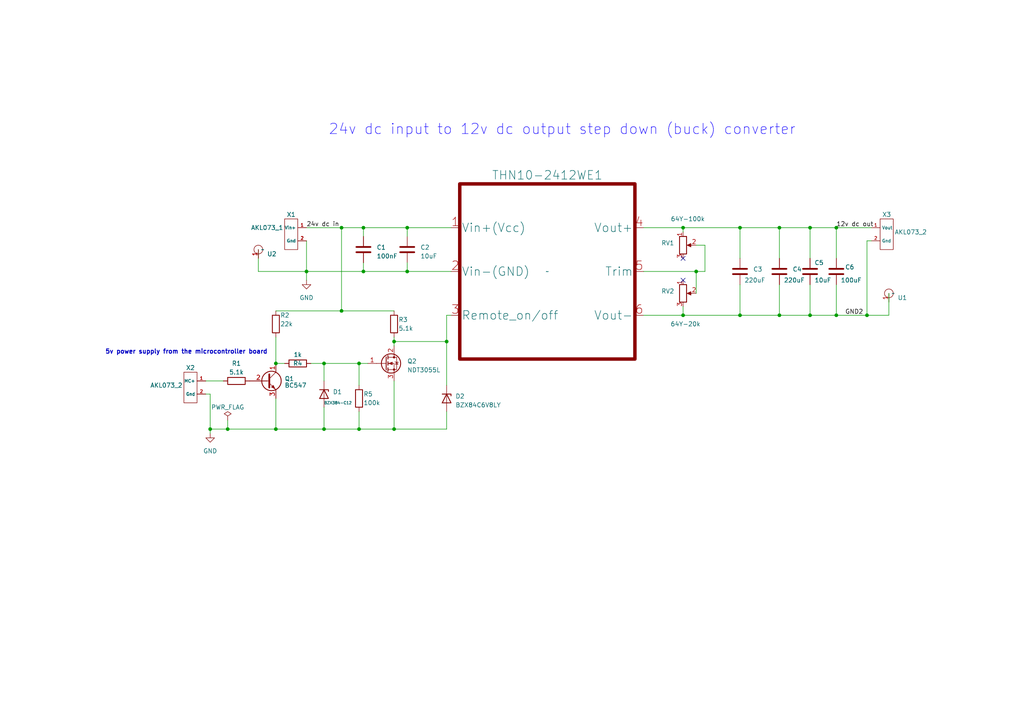
<source format=kicad_sch>
(kicad_sch (version 20230121) (generator eeschema)

  (uuid d4b95e8a-c6b5-41a4-b988-a3933554dc74)

  (paper "A4")

  (title_block
    (title "Power supply design of 24vdc to 12vdc")
    (date "2024-05-21")
    (company "Rohithvishal Pentakota")
    (comment 1 "Onboard battery supply of fuel cell car")
  )

  (lib_symbols
    (symbol "Device:C" (pin_numbers hide) (pin_names (offset 0.254)) (in_bom yes) (on_board yes)
      (property "Reference" "C" (at 0.635 2.54 0)
        (effects (font (size 1.27 1.27)) (justify left))
      )
      (property "Value" "C" (at 0.635 -2.54 0)
        (effects (font (size 1.27 1.27)) (justify left))
      )
      (property "Footprint" "" (at 0.9652 -3.81 0)
        (effects (font (size 1.27 1.27)) hide)
      )
      (property "Datasheet" "~" (at 0 0 0)
        (effects (font (size 1.27 1.27)) hide)
      )
      (property "ki_keywords" "cap capacitor" (at 0 0 0)
        (effects (font (size 1.27 1.27)) hide)
      )
      (property "ki_description" "Unpolarized capacitor" (at 0 0 0)
        (effects (font (size 1.27 1.27)) hide)
      )
      (property "ki_fp_filters" "C_*" (at 0 0 0)
        (effects (font (size 1.27 1.27)) hide)
      )
      (symbol "C_0_1"
        (polyline
          (pts
            (xy -2.032 -0.762)
            (xy 2.032 -0.762)
          )
          (stroke (width 0.508) (type default))
          (fill (type none))
        )
        (polyline
          (pts
            (xy -2.032 0.762)
            (xy 2.032 0.762)
          )
          (stroke (width 0.508) (type default))
          (fill (type none))
        )
      )
      (symbol "C_1_1"
        (pin passive line (at 0 3.81 270) (length 2.794)
          (name "~" (effects (font (size 1.27 1.27))))
          (number "1" (effects (font (size 1.27 1.27))))
        )
        (pin passive line (at 0 -3.81 90) (length 2.794)
          (name "~" (effects (font (size 1.27 1.27))))
          (number "2" (effects (font (size 1.27 1.27))))
        )
      )
    )
    (symbol "Device:D_Zener" (pin_numbers hide) (pin_names (offset 1.016) hide) (in_bom yes) (on_board yes)
      (property "Reference" "D" (at 0 2.54 0)
        (effects (font (size 1.27 1.27)))
      )
      (property "Value" "D_Zener" (at 0 -2.54 0)
        (effects (font (size 1.27 1.27)))
      )
      (property "Footprint" "" (at 0 0 0)
        (effects (font (size 1.27 1.27)) hide)
      )
      (property "Datasheet" "~" (at 0 0 0)
        (effects (font (size 1.27 1.27)) hide)
      )
      (property "ki_keywords" "diode" (at 0 0 0)
        (effects (font (size 1.27 1.27)) hide)
      )
      (property "ki_description" "Zener diode" (at 0 0 0)
        (effects (font (size 1.27 1.27)) hide)
      )
      (property "ki_fp_filters" "TO-???* *_Diode_* *SingleDiode* D_*" (at 0 0 0)
        (effects (font (size 1.27 1.27)) hide)
      )
      (symbol "D_Zener_0_1"
        (polyline
          (pts
            (xy 1.27 0)
            (xy -1.27 0)
          )
          (stroke (width 0) (type default))
          (fill (type none))
        )
        (polyline
          (pts
            (xy -1.27 -1.27)
            (xy -1.27 1.27)
            (xy -0.762 1.27)
          )
          (stroke (width 0.254) (type default))
          (fill (type none))
        )
        (polyline
          (pts
            (xy 1.27 -1.27)
            (xy 1.27 1.27)
            (xy -1.27 0)
            (xy 1.27 -1.27)
          )
          (stroke (width 0.254) (type default))
          (fill (type none))
        )
      )
      (symbol "D_Zener_1_1"
        (pin passive line (at -3.81 0 0) (length 2.54)
          (name "K" (effects (font (size 1.27 1.27))))
          (number "1" (effects (font (size 1.27 1.27))))
        )
        (pin passive line (at 3.81 0 180) (length 2.54)
          (name "A" (effects (font (size 1.27 1.27))))
          (number "2" (effects (font (size 1.27 1.27))))
        )
      )
    )
    (symbol "Device:R" (pin_numbers hide) (pin_names (offset 0)) (in_bom yes) (on_board yes)
      (property "Reference" "R" (at 2.032 0 90)
        (effects (font (size 1.27 1.27)))
      )
      (property "Value" "R" (at 0 0 90)
        (effects (font (size 1.27 1.27)))
      )
      (property "Footprint" "" (at -1.778 0 90)
        (effects (font (size 1.27 1.27)) hide)
      )
      (property "Datasheet" "~" (at 0 0 0)
        (effects (font (size 1.27 1.27)) hide)
      )
      (property "ki_keywords" "R res resistor" (at 0 0 0)
        (effects (font (size 1.27 1.27)) hide)
      )
      (property "ki_description" "Resistor" (at 0 0 0)
        (effects (font (size 1.27 1.27)) hide)
      )
      (property "ki_fp_filters" "R_*" (at 0 0 0)
        (effects (font (size 1.27 1.27)) hide)
      )
      (symbol "R_0_1"
        (rectangle (start -1.016 -2.54) (end 1.016 2.54)
          (stroke (width 0.254) (type default))
          (fill (type none))
        )
      )
      (symbol "R_1_1"
        (pin passive line (at 0 3.81 270) (length 1.27)
          (name "~" (effects (font (size 1.27 1.27))))
          (number "1" (effects (font (size 1.27 1.27))))
        )
        (pin passive line (at 0 -3.81 90) (length 1.27)
          (name "~" (effects (font (size 1.27 1.27))))
          (number "2" (effects (font (size 1.27 1.27))))
        )
      )
    )
    (symbol "Device:R_Potentiometer" (pin_names (offset 1.016) hide) (in_bom yes) (on_board yes)
      (property "Reference" "RV" (at -4.445 0 90)
        (effects (font (size 1.27 1.27)))
      )
      (property "Value" "R_Potentiometer" (at -2.54 0 90)
        (effects (font (size 1.27 1.27)))
      )
      (property "Footprint" "" (at 0 0 0)
        (effects (font (size 1.27 1.27)) hide)
      )
      (property "Datasheet" "~" (at 0 0 0)
        (effects (font (size 1.27 1.27)) hide)
      )
      (property "ki_keywords" "resistor variable" (at 0 0 0)
        (effects (font (size 1.27 1.27)) hide)
      )
      (property "ki_description" "Potentiometer" (at 0 0 0)
        (effects (font (size 1.27 1.27)) hide)
      )
      (property "ki_fp_filters" "Potentiometer*" (at 0 0 0)
        (effects (font (size 1.27 1.27)) hide)
      )
      (symbol "R_Potentiometer_0_1"
        (polyline
          (pts
            (xy 2.54 0)
            (xy 1.524 0)
          )
          (stroke (width 0) (type default))
          (fill (type none))
        )
        (polyline
          (pts
            (xy 1.143 0)
            (xy 2.286 0.508)
            (xy 2.286 -0.508)
            (xy 1.143 0)
          )
          (stroke (width 0) (type default))
          (fill (type outline))
        )
        (rectangle (start 1.016 2.54) (end -1.016 -2.54)
          (stroke (width 0.254) (type default))
          (fill (type none))
        )
      )
      (symbol "R_Potentiometer_1_1"
        (pin passive line (at 0 3.81 270) (length 1.27)
          (name "1" (effects (font (size 1.27 1.27))))
          (number "1" (effects (font (size 1.27 1.27))))
        )
        (pin passive line (at 3.81 0 180) (length 1.27)
          (name "2" (effects (font (size 1.27 1.27))))
          (number "2" (effects (font (size 1.27 1.27))))
        )
        (pin passive line (at 0 -3.81 90) (length 1.27)
          (name "3" (effects (font (size 1.27 1.27))))
          (number "3" (effects (font (size 1.27 1.27))))
        )
      )
    )
    (symbol "Traco_THN-10-2412WE:THN10-2412WE" (in_bom yes) (on_board yes)
      (property "Reference" "THN10-2412WE1" (at 0 27.94 0)
        (effects (font (size 2.5 2.5)))
      )
      (property "Value" "~" (at 0 0 0)
        (effects (font (size 1.27 1.27)))
      )
      (property "Footprint" "THN-2412WE:Traco_THN-2412WE" (at 0 0 0)
        (effects (font (size 1.27 1.27)) hide)
      )
      (property "Datasheet" "" (at 0 0 0)
        (effects (font (size 1.27 1.27)) hide)
      )
      (symbol "THN10-2412WE_0_1"
        (rectangle (start -25.4 25.4) (end -25.4 25.4)
          (stroke (width 0) (type default))
          (fill (type none))
        )
      )
      (symbol "THN10-2412WE_1_1"
        (rectangle (start -25.4 25.4) (end 25.4 -25.4)
          (stroke (width 1) (type default))
          (fill (type none))
        )
        (pin input line (at -27.94 12.7 0) (length 2.54)
          (name "Vin+(Vcc)" (effects (font (size 2.5 2.5))))
          (number "1" (effects (font (size 2.5 2.5))))
        )
        (pin input line (at -27.94 0 0) (length 2.54)
          (name "Vin-(GND)" (effects (font (size 2.5 2.5))))
          (number "2" (effects (font (size 2.5 2.5))))
        )
        (pin input line (at -27.94 -12.7 0) (length 2.54)
          (name "Remote_on/off" (effects (font (size 2.5 2.5))))
          (number "3" (effects (font (size 2.5 2.5))))
        )
        (pin power_out line (at 27.94 12.7 180) (length 2.54)
          (name "Vout+" (effects (font (size 2.5 2.5))))
          (number "4" (effects (font (size 2.5 2.5))))
        )
        (pin power_out line (at 27.94 0 180) (length 2.54)
          (name "Trim" (effects (font (size 2.5 2.5))))
          (number "5" (effects (font (size 2.5 2.5))))
        )
        (pin power_out line (at 27.94 -12.7 180) (length 2.54)
          (name "Vout-" (effects (font (size 2.5 2.5))))
          (number "6" (effects (font (size 2.5 2.5))))
        )
      )
    )
    (symbol "Transistor_BJT:BC547" (pin_names (offset 0) hide) (in_bom yes) (on_board yes)
      (property "Reference" "Q" (at 5.08 1.905 0)
        (effects (font (size 1.27 1.27)) (justify left))
      )
      (property "Value" "BC547" (at 5.08 0 0)
        (effects (font (size 1.27 1.27)) (justify left))
      )
      (property "Footprint" "Package_TO_SOT_THT:TO-92_Inline" (at 5.08 -1.905 0)
        (effects (font (size 1.27 1.27) italic) (justify left) hide)
      )
      (property "Datasheet" "https://www.onsemi.com/pub/Collateral/BC550-D.pdf" (at 0 0 0)
        (effects (font (size 1.27 1.27)) (justify left) hide)
      )
      (property "ki_keywords" "NPN Transistor" (at 0 0 0)
        (effects (font (size 1.27 1.27)) hide)
      )
      (property "ki_description" "0.1A Ic, 45V Vce, Small Signal NPN Transistor, TO-92" (at 0 0 0)
        (effects (font (size 1.27 1.27)) hide)
      )
      (property "ki_fp_filters" "TO?92*" (at 0 0 0)
        (effects (font (size 1.27 1.27)) hide)
      )
      (symbol "BC547_0_1"
        (polyline
          (pts
            (xy 0 0)
            (xy 0.635 0)
          )
          (stroke (width 0) (type default))
          (fill (type none))
        )
        (polyline
          (pts
            (xy 0.635 0.635)
            (xy 2.54 2.54)
          )
          (stroke (width 0) (type default))
          (fill (type none))
        )
        (polyline
          (pts
            (xy 0.635 -0.635)
            (xy 2.54 -2.54)
            (xy 2.54 -2.54)
          )
          (stroke (width 0) (type default))
          (fill (type none))
        )
        (polyline
          (pts
            (xy 0.635 1.905)
            (xy 0.635 -1.905)
            (xy 0.635 -1.905)
          )
          (stroke (width 0.508) (type default))
          (fill (type none))
        )
        (polyline
          (pts
            (xy 1.27 -1.778)
            (xy 1.778 -1.27)
            (xy 2.286 -2.286)
            (xy 1.27 -1.778)
            (xy 1.27 -1.778)
          )
          (stroke (width 0) (type default))
          (fill (type outline))
        )
        (circle (center 1.27 0) (radius 2.8194)
          (stroke (width 0.254) (type default))
          (fill (type none))
        )
      )
      (symbol "BC547_1_1"
        (pin passive line (at 2.54 5.08 270) (length 2.54)
          (name "C" (effects (font (size 1.27 1.27))))
          (number "1" (effects (font (size 1.27 1.27))))
        )
        (pin input line (at -5.08 0 0) (length 5.08)
          (name "B" (effects (font (size 1.27 1.27))))
          (number "2" (effects (font (size 1.27 1.27))))
        )
        (pin passive line (at 2.54 -5.08 90) (length 2.54)
          (name "E" (effects (font (size 1.27 1.27))))
          (number "3" (effects (font (size 1.27 1.27))))
        )
      )
    )
    (symbol "Transistor_FET:NDT3055L" (pin_names hide) (in_bom yes) (on_board yes)
      (property "Reference" "Q" (at 5.08 1.905 0)
        (effects (font (size 1.27 1.27)) (justify left))
      )
      (property "Value" "NDT3055L" (at 5.08 0 0)
        (effects (font (size 1.27 1.27)) (justify left))
      )
      (property "Footprint" "Package_TO_SOT_SMD:SOT-223-3_TabPin2" (at 5.08 -3.81 0)
        (effects (font (size 1.27 1.27)) (justify left) hide)
      )
      (property "Datasheet" "https://www.onsemi.com/pdf/datasheet/ndt3055l-d.pdf" (at 5.08 5.08 0)
        (effects (font (size 1.27 1.27)) (justify left) hide)
      )
      (property "ki_keywords" "n channel fet" (at 0 0 0)
        (effects (font (size 1.27 1.27)) hide)
      )
      (property "ki_description" "4A Id, 60V Vds, N-Channel Logic Level Enhancement Mode MOSFET, SOT-223" (at 0 0 0)
        (effects (font (size 1.27 1.27)) hide)
      )
      (property "ki_fp_filters" "SOT?223*" (at 0 0 0)
        (effects (font (size 1.27 1.27)) hide)
      )
      (symbol "NDT3055L_0_1"
        (polyline
          (pts
            (xy 0.254 0)
            (xy -2.54 0)
          )
          (stroke (width 0) (type default))
          (fill (type none))
        )
        (polyline
          (pts
            (xy 0.254 1.905)
            (xy 0.254 -1.905)
          )
          (stroke (width 0.254) (type default))
          (fill (type none))
        )
        (polyline
          (pts
            (xy 0.762 -1.27)
            (xy 0.762 -2.286)
          )
          (stroke (width 0.254) (type default))
          (fill (type none))
        )
        (polyline
          (pts
            (xy 0.762 0.508)
            (xy 0.762 -0.508)
          )
          (stroke (width 0.254) (type default))
          (fill (type none))
        )
        (polyline
          (pts
            (xy 0.762 2.286)
            (xy 0.762 1.27)
          )
          (stroke (width 0.254) (type default))
          (fill (type none))
        )
        (polyline
          (pts
            (xy 2.54 2.54)
            (xy 2.54 1.778)
          )
          (stroke (width 0) (type default))
          (fill (type none))
        )
        (polyline
          (pts
            (xy 2.54 -2.54)
            (xy 2.54 0)
            (xy 0.762 0)
          )
          (stroke (width 0) (type default))
          (fill (type none))
        )
        (polyline
          (pts
            (xy 0.762 -1.778)
            (xy 3.302 -1.778)
            (xy 3.302 1.778)
            (xy 0.762 1.778)
          )
          (stroke (width 0) (type default))
          (fill (type none))
        )
        (polyline
          (pts
            (xy 1.016 0)
            (xy 2.032 0.381)
            (xy 2.032 -0.381)
            (xy 1.016 0)
          )
          (stroke (width 0) (type default))
          (fill (type outline))
        )
        (polyline
          (pts
            (xy 2.794 0.508)
            (xy 2.921 0.381)
            (xy 3.683 0.381)
            (xy 3.81 0.254)
          )
          (stroke (width 0) (type default))
          (fill (type none))
        )
        (polyline
          (pts
            (xy 3.302 0.381)
            (xy 2.921 -0.254)
            (xy 3.683 -0.254)
            (xy 3.302 0.381)
          )
          (stroke (width 0) (type default))
          (fill (type none))
        )
        (circle (center 1.651 0) (radius 2.794)
          (stroke (width 0.254) (type default))
          (fill (type none))
        )
        (circle (center 2.54 -1.778) (radius 0.254)
          (stroke (width 0) (type default))
          (fill (type outline))
        )
        (circle (center 2.54 1.778) (radius 0.254)
          (stroke (width 0) (type default))
          (fill (type outline))
        )
      )
      (symbol "NDT3055L_1_1"
        (pin input line (at -5.08 0 0) (length 2.54)
          (name "G" (effects (font (size 1.27 1.27))))
          (number "1" (effects (font (size 1.27 1.27))))
        )
        (pin passive line (at 2.54 5.08 270) (length 2.54)
          (name "D" (effects (font (size 1.27 1.27))))
          (number "2" (effects (font (size 1.27 1.27))))
        )
        (pin passive line (at 2.54 -5.08 90) (length 2.54)
          (name "S" (effects (font (size 1.27 1.27))))
          (number "3" (effects (font (size 1.27 1.27))))
        )
      )
    )
    (symbol "input_1" (in_bom yes) (on_board yes)
      (property "Reference" "X1" (at -22.225 -2.54 0)
        (effects (font (size 1.27 1.27)))
      )
      (property "Value" "~" (at 0 0 0)
        (effects (font (size 1.27 1.27)))
      )
      (property "Footprint" "" (at 0 0 0)
        (effects (font (size 1.27 1.27)) hide)
      )
      (property "Datasheet" "" (at 0 0 0)
        (effects (font (size 1.27 1.27)) hide)
      )
      (symbol "input_1_0_1"
        (rectangle (start -24.13 -3.81) (end -20.32 -12.7)
          (stroke (width 0) (type default))
          (fill (type none))
        )
      )
      (symbol "input_1_1_1"
        (pin input line (at -17.78 -6.35 180) (length 2.54)
          (name "Vin+" (effects (font (size 0.9 0.9))))
          (number "1" (effects (font (size 0.9 0.9))))
        )
        (pin input line (at -17.78 -10.16 180) (length 2.54)
          (name "Gnd" (effects (font (size 0.9 0.9))))
          (number "2" (effects (font (size 0.9 0.9))))
        )
      )
    )
    (symbol "input_2" (in_bom yes) (on_board yes)
      (property "Reference" "X3" (at -22.225 -2.54 0)
        (effects (font (size 1.27 1.27)))
      )
      (property "Value" "~" (at 0 0 0)
        (effects (font (size 1.27 1.27)))
      )
      (property "Footprint" "" (at 0 0 0)
        (effects (font (size 1.27 1.27)) hide)
      )
      (property "Datasheet" "" (at 0 0 0)
        (effects (font (size 1.27 1.27)) hide)
      )
      (symbol "input_2_0_1"
        (rectangle (start -24.13 -3.81) (end -20.32 -12.7)
          (stroke (width 0) (type default))
          (fill (type none))
        )
      )
      (symbol "input_2_1_1"
        (pin input line (at -17.78 -6.35 180) (length 2.54)
          (name "Vout" (effects (font (size 0.9 0.9))))
          (number "1" (effects (font (size 0.9 0.9))))
        )
        (pin input line (at -17.78 -10.16 180) (length 2.54)
          (name "Gnd" (effects (font (size 0.9 0.9))))
          (number "2" (effects (font (size 0.9 0.9))))
        )
      )
    )
    (symbol "input_3" (in_bom yes) (on_board yes)
      (property "Reference" "X2" (at -22.225 -2.54 0)
        (effects (font (size 1.27 1.27)))
      )
      (property "Value" "~" (at 0 0 0)
        (effects (font (size 1.27 1.27)))
      )
      (property "Footprint" "" (at 0 0 0)
        (effects (font (size 1.27 1.27)) hide)
      )
      (property "Datasheet" "" (at 0 0 0)
        (effects (font (size 1.27 1.27)) hide)
      )
      (symbol "input_3_0_1"
        (rectangle (start -24.13 -3.81) (end -20.32 -12.7)
          (stroke (width 0) (type default))
          (fill (type none))
        )
      )
      (symbol "input_3_1_1"
        (pin input line (at -17.78 -6.35 180) (length 2.54)
          (name "MC+" (effects (font (size 0.9 0.9))))
          (number "1" (effects (font (size 0.9 0.9))))
        )
        (pin input line (at -17.78 -10.16 180) (length 2.54)
          (name "Gnd" (effects (font (size 0.9 0.9))))
          (number "2" (effects (font (size 0.9 0.9))))
        )
      )
    )
    (symbol "power:GND" (power) (pin_names (offset 0)) (in_bom yes) (on_board yes)
      (property "Reference" "#PWR" (at 0 -6.35 0)
        (effects (font (size 1.27 1.27)) hide)
      )
      (property "Value" "GND" (at 0 -3.81 0)
        (effects (font (size 1.27 1.27)))
      )
      (property "Footprint" "" (at 0 0 0)
        (effects (font (size 1.27 1.27)) hide)
      )
      (property "Datasheet" "" (at 0 0 0)
        (effects (font (size 1.27 1.27)) hide)
      )
      (property "ki_keywords" "global power" (at 0 0 0)
        (effects (font (size 1.27 1.27)) hide)
      )
      (property "ki_description" "Power symbol creates a global label with name \"GND\" , ground" (at 0 0 0)
        (effects (font (size 1.27 1.27)) hide)
      )
      (symbol "GND_0_1"
        (polyline
          (pts
            (xy 0 0)
            (xy 0 -1.27)
            (xy 1.27 -1.27)
            (xy 0 -2.54)
            (xy -1.27 -1.27)
            (xy 0 -1.27)
          )
          (stroke (width 0) (type default))
          (fill (type none))
        )
      )
      (symbol "GND_1_1"
        (pin power_in line (at 0 0 270) (length 0) hide
          (name "GND" (effects (font (size 1.27 1.27))))
          (number "1" (effects (font (size 1.27 1.27))))
        )
      )
    )
    (symbol "power:PWR_FLAG" (power) (pin_numbers hide) (pin_names (offset 0) hide) (in_bom yes) (on_board yes)
      (property "Reference" "#FLG" (at 0 1.905 0)
        (effects (font (size 1.27 1.27)) hide)
      )
      (property "Value" "PWR_FLAG" (at 0 3.81 0)
        (effects (font (size 1.27 1.27)))
      )
      (property "Footprint" "" (at 0 0 0)
        (effects (font (size 1.27 1.27)) hide)
      )
      (property "Datasheet" "~" (at 0 0 0)
        (effects (font (size 1.27 1.27)) hide)
      )
      (property "ki_keywords" "flag power" (at 0 0 0)
        (effects (font (size 1.27 1.27)) hide)
      )
      (property "ki_description" "Special symbol for telling ERC where power comes from" (at 0 0 0)
        (effects (font (size 1.27 1.27)) hide)
      )
      (symbol "PWR_FLAG_0_0"
        (pin power_out line (at 0 0 90) (length 0)
          (name "pwr" (effects (font (size 1.27 1.27))))
          (number "1" (effects (font (size 1.27 1.27))))
        )
      )
      (symbol "PWR_FLAG_0_1"
        (polyline
          (pts
            (xy 0 0)
            (xy 0 1.27)
            (xy -1.016 1.905)
            (xy 0 2.54)
            (xy 1.016 1.905)
            (xy 0 1.27)
          )
          (stroke (width 0) (type default))
          (fill (type none))
        )
      )
    )
    (symbol "soldernail-RTML:soldernail" (in_bom yes) (on_board yes)
      (property "Reference" "U2" (at 3.81 1.27 90)
        (effects (font (size 1.27 1.27)) (justify right))
      )
      (property "Value" "~" (at 0 0 0)
        (effects (font (size 1.27 1.27)))
      )
      (property "Footprint" "soldernail-RTML:Soldernail" (at 0 0 0)
        (effects (font (size 1.27 1.27)) hide)
      )
      (property "Datasheet" "" (at 0 0 0)
        (effects (font (size 1.27 1.27)) hide)
      )
      (symbol "soldernail_0_1"
        (circle (center -1.27 0) (radius 1.27)
          (stroke (width 0) (type default))
          (fill (type none))
        )
      )
      (symbol "soldernail_1_1"
        (pin input line (at -1.27 0 270) (length 2.54)
          (name "" (effects (font (size 1.27 1.27))))
          (number "1" (effects (font (size 1.27 1.27))))
        )
      )
    )
  )

  (junction (at 214.63 91.44) (diameter 0) (color 0 0 0 0)
    (uuid 19572d3c-677c-4895-bd97-3e446de0ca3f)
  )
  (junction (at 201.93 78.74) (diameter 0) (color 0 0 0 0)
    (uuid 22cb68b4-7111-4923-955c-49152a9db29a)
  )
  (junction (at 234.95 66.04) (diameter 0) (color 0 0 0 0)
    (uuid 2fd5dfab-f69f-4d01-b832-d7dcf29dd1c6)
  )
  (junction (at 99.06 66.04) (diameter 0) (color 0 0 0 0)
    (uuid 4cad9425-58d2-4c4f-acae-6f7faf6a8543)
  )
  (junction (at 104.14 124.46) (diameter 0) (color 0 0 0 0)
    (uuid 4cc8d7c5-c4c5-4e35-a0bb-a94942991b2b)
  )
  (junction (at 93.98 105.41) (diameter 0) (color 0 0 0 0)
    (uuid 528c0a13-3a84-455a-ae54-c9b9087bd54d)
  )
  (junction (at 234.95 91.44) (diameter 0) (color 0 0 0 0)
    (uuid 5358cb84-ecc1-4445-a658-251c11baf9f3)
  )
  (junction (at 80.01 105.41) (diameter 0) (color 0 0 0 0)
    (uuid 5498bb40-a383-4a1f-be51-08734aabffbc)
  )
  (junction (at 251.46 91.44) (diameter 0) (color 0 0 0 0)
    (uuid 54a6fce9-aaa6-463d-9613-6d92ec011c28)
  )
  (junction (at 214.63 66.04) (diameter 0) (color 0 0 0 0)
    (uuid 5d5e8792-2367-4a96-9a29-a3bbab61bdb7)
  )
  (junction (at 60.96 124.46) (diameter 0) (color 0 0 0 0)
    (uuid 5e5fed03-db88-424a-993d-fb7a1c87f0f6)
  )
  (junction (at 66.04 124.46) (diameter 0) (color 0 0 0 0)
    (uuid 67bd7cd9-f8e4-4872-b87e-364a960029fb)
  )
  (junction (at 80.01 124.46) (diameter 0) (color 0 0 0 0)
    (uuid 7dfe2024-9ef9-405f-b429-f001e0beac02)
  )
  (junction (at 105.41 66.04) (diameter 0) (color 0 0 0 0)
    (uuid 85b5b812-e110-4ee0-bedb-72543b637c2b)
  )
  (junction (at 93.98 124.46) (diameter 0) (color 0 0 0 0)
    (uuid 8c71dc41-2510-4860-9d7d-32e542d7a907)
  )
  (junction (at 242.57 91.44) (diameter 0) (color 0 0 0 0)
    (uuid 9313f6f7-d16c-47e7-b22c-9fd2843c5684)
  )
  (junction (at 118.11 78.74) (diameter 0) (color 0 0 0 0)
    (uuid 964d3f15-237b-49e3-b1f1-6ef54999389d)
  )
  (junction (at 226.06 66.04) (diameter 0) (color 0 0 0 0)
    (uuid 98d6d15b-bfd5-4603-9c7e-730194840c49)
  )
  (junction (at 99.06 90.17) (diameter 0) (color 0 0 0 0)
    (uuid a223128d-ca66-4c6e-92d7-dca7124e9ee9)
  )
  (junction (at 114.3 99.06) (diameter 0) (color 0 0 0 0)
    (uuid ad9fa47f-392c-405f-b31b-0f4067aa1ae2)
  )
  (junction (at 88.9 78.74) (diameter 0) (color 0 0 0 0)
    (uuid b4fe856e-c2f2-4b11-94ff-e3830c13781d)
  )
  (junction (at 104.14 105.41) (diameter 0) (color 0 0 0 0)
    (uuid bb4049b2-22f2-4cf6-ba29-b8c1d558c9fa)
  )
  (junction (at 118.11 66.04) (diameter 0) (color 0 0 0 0)
    (uuid c2c3bcea-e0ff-4b90-b91f-1bdef8785d41)
  )
  (junction (at 114.3 124.46) (diameter 0) (color 0 0 0 0)
    (uuid c46972f7-d839-4720-a3f0-f72e0264fdb6)
  )
  (junction (at 198.12 66.04) (diameter 0) (color 0 0 0 0)
    (uuid da2b1ca1-33c4-4091-a16e-fb0fea50e06a)
  )
  (junction (at 198.12 91.44) (diameter 0) (color 0 0 0 0)
    (uuid e3117b6c-0e44-4149-9428-1ccb52051f8f)
  )
  (junction (at 105.41 78.74) (diameter 0) (color 0 0 0 0)
    (uuid ecd4b8b7-587d-4783-a1c7-87249edafc8d)
  )
  (junction (at 242.57 66.04) (diameter 0) (color 0 0 0 0)
    (uuid f1e5d054-03d2-4a84-b6d5-bc211c741a76)
  )
  (junction (at 129.54 99.06) (diameter 0) (color 0 0 0 0)
    (uuid f7e82bcc-970b-46a3-bb5b-1d2d09fc97d8)
  )
  (junction (at 226.06 91.44) (diameter 0) (color 0 0 0 0)
    (uuid f81faad6-1102-490b-8ddd-0c4d0c495eb3)
  )

  (no_connect (at 198.12 74.93) (uuid 83f67850-8700-4530-8a30-39d536af8555))
  (no_connect (at 198.12 81.28) (uuid 8dd37d3c-a28c-4f08-bc1d-b92a689d1661))

  (wire (pts (xy 252.73 69.85) (xy 251.46 69.85))
    (stroke (width 0) (type default))
    (uuid 08e69008-ee84-4a97-8c77-78dcb7f0d86a)
  )
  (wire (pts (xy 114.3 99.06) (xy 114.3 100.33))
    (stroke (width 0) (type default))
    (uuid 0e88df5c-eb28-42c7-ae45-3623d661a872)
  )
  (wire (pts (xy 93.98 105.41) (xy 93.98 110.49))
    (stroke (width 0) (type default))
    (uuid 11e219a0-580d-481e-ba17-95b5c182d775)
  )
  (wire (pts (xy 251.46 69.85) (xy 251.46 91.44))
    (stroke (width 0) (type default))
    (uuid 17bc7d2d-9fa7-4c63-93c7-2297da2d204a)
  )
  (wire (pts (xy 118.11 78.74) (xy 130.81 78.74))
    (stroke (width 0) (type default))
    (uuid 1ee0b774-e926-43ce-896d-71d7dd170deb)
  )
  (wire (pts (xy 88.9 78.74) (xy 88.9 81.28))
    (stroke (width 0) (type default))
    (uuid 1eeacbd0-ebbf-4495-bf93-e889383959ca)
  )
  (wire (pts (xy 186.69 78.74) (xy 201.93 78.74))
    (stroke (width 0) (type default))
    (uuid 26468579-c53a-40d9-87fc-a8952d296402)
  )
  (wire (pts (xy 59.69 114.3) (xy 60.96 114.3))
    (stroke (width 0) (type default))
    (uuid 27516c54-e019-40a7-a305-f7975188be3a)
  )
  (wire (pts (xy 226.06 91.44) (xy 214.63 91.44))
    (stroke (width 0) (type default))
    (uuid 2a4f67bc-4c88-4f7d-99ac-06ea3c1193fe)
  )
  (wire (pts (xy 80.01 124.46) (xy 93.98 124.46))
    (stroke (width 0) (type default))
    (uuid 32e52d94-6022-4ab1-a308-e994494c84c1)
  )
  (wire (pts (xy 66.04 124.46) (xy 80.01 124.46))
    (stroke (width 0) (type default))
    (uuid 3a554082-5991-4ae3-9566-028c9ddcfa46)
  )
  (wire (pts (xy 186.69 66.04) (xy 198.12 66.04))
    (stroke (width 0) (type default))
    (uuid 3ec26492-deac-4064-a886-0b253f523f3c)
  )
  (wire (pts (xy 93.98 105.41) (xy 104.14 105.41))
    (stroke (width 0) (type default))
    (uuid 41301dae-22b7-4dd9-8bbd-16bb0cf125f3)
  )
  (wire (pts (xy 105.41 68.58) (xy 105.41 66.04))
    (stroke (width 0) (type default))
    (uuid 426c00f5-a35f-4828-b749-21686eb2652d)
  )
  (wire (pts (xy 226.06 66.04) (xy 234.95 66.04))
    (stroke (width 0) (type default))
    (uuid 4a7f0ebe-4354-4975-84f9-8a0dca75072e)
  )
  (wire (pts (xy 129.54 119.38) (xy 129.54 124.46))
    (stroke (width 0) (type default))
    (uuid 4b2b43d1-2755-46ee-959a-7f7223147c6e)
  )
  (wire (pts (xy 198.12 66.04) (xy 214.63 66.04))
    (stroke (width 0) (type default))
    (uuid 4cd0f2da-34b4-48c0-a2e8-4b879a492837)
  )
  (wire (pts (xy 226.06 66.04) (xy 214.63 66.04))
    (stroke (width 0) (type default))
    (uuid 50de7ee5-5bdf-4e5d-b844-0a35f50710fc)
  )
  (wire (pts (xy 226.06 74.93) (xy 226.06 66.04))
    (stroke (width 0) (type default))
    (uuid 5187c979-74e4-4b6d-8124-bb4eb8b3372f)
  )
  (wire (pts (xy 60.96 124.46) (xy 60.96 125.73))
    (stroke (width 0) (type default))
    (uuid 5988d49c-543a-43ab-bee4-28d0deb1881f)
  )
  (wire (pts (xy 80.01 105.41) (xy 82.55 105.41))
    (stroke (width 0) (type default))
    (uuid 5af3d7a4-d7d4-44a9-b61f-b710e47efbb9)
  )
  (wire (pts (xy 201.93 78.74) (xy 201.93 85.09))
    (stroke (width 0) (type default))
    (uuid 5b9f3f7b-3e16-49c7-8067-b46a6b7af182)
  )
  (wire (pts (xy 88.9 69.85) (xy 88.9 78.74))
    (stroke (width 0) (type default))
    (uuid 5e4e215a-a530-4773-a3b4-501d8aa2f117)
  )
  (wire (pts (xy 59.69 110.49) (xy 64.77 110.49))
    (stroke (width 0) (type default))
    (uuid 5e647180-baa1-41bb-a69b-64666eab5549)
  )
  (wire (pts (xy 198.12 88.9) (xy 198.12 91.44))
    (stroke (width 0) (type default))
    (uuid 5e717255-00ae-4037-b177-40cb895986e9)
  )
  (wire (pts (xy 80.01 90.17) (xy 99.06 90.17))
    (stroke (width 0) (type default))
    (uuid 5ed9b950-9d63-45d7-be87-7d774e9cf7f5)
  )
  (wire (pts (xy 66.04 121.92) (xy 66.04 124.46))
    (stroke (width 0) (type default))
    (uuid 679871c3-eac3-411b-85aa-bc7e80474818)
  )
  (wire (pts (xy 129.54 91.44) (xy 130.81 91.44))
    (stroke (width 0) (type default))
    (uuid 6853b8bb-8cda-4e5b-8a44-6e15e3fabd45)
  )
  (wire (pts (xy 234.95 66.04) (xy 242.57 66.04))
    (stroke (width 0) (type default))
    (uuid 6a7f41f6-0645-4546-8516-df1d784c6275)
  )
  (wire (pts (xy 226.06 82.55) (xy 226.06 91.44))
    (stroke (width 0) (type default))
    (uuid 6cb7a9ee-c80c-4999-8722-03292893fd75)
  )
  (wire (pts (xy 105.41 76.2) (xy 105.41 78.74))
    (stroke (width 0) (type default))
    (uuid 6d9dde4a-4e5d-42ad-bcf7-8bc6881e833a)
  )
  (wire (pts (xy 257.81 85.09) (xy 257.81 91.44))
    (stroke (width 0) (type default))
    (uuid 6ddc8adf-c9e5-4b45-9f9c-92f9c3a2020b)
  )
  (wire (pts (xy 242.57 82.55) (xy 242.57 91.44))
    (stroke (width 0) (type default))
    (uuid 7dba076e-e42c-42ac-9964-edb31dd6e188)
  )
  (wire (pts (xy 130.81 66.04) (xy 118.11 66.04))
    (stroke (width 0) (type default))
    (uuid 7ea60f23-0bb2-49ce-866b-6e6d2b6c8522)
  )
  (wire (pts (xy 201.93 78.74) (xy 204.47 78.74))
    (stroke (width 0) (type default))
    (uuid 814cbc1e-1e21-443b-9f8c-94b9e0f37320)
  )
  (wire (pts (xy 60.96 124.46) (xy 66.04 124.46))
    (stroke (width 0) (type default))
    (uuid 868efd41-494c-4391-8e63-9dfc9a4efa68)
  )
  (wire (pts (xy 60.96 114.3) (xy 60.96 124.46))
    (stroke (width 0) (type default))
    (uuid 870ff77b-1199-4d70-bfe5-3b63a98bdc69)
  )
  (wire (pts (xy 234.95 82.55) (xy 234.95 91.44))
    (stroke (width 0) (type default))
    (uuid 896fd672-8cca-4521-8d27-ccf7cd924b1e)
  )
  (wire (pts (xy 198.12 66.04) (xy 198.12 67.31))
    (stroke (width 0) (type default))
    (uuid 89af6db8-b087-4b49-8114-ccd9efb9a491)
  )
  (wire (pts (xy 242.57 91.44) (xy 251.46 91.44))
    (stroke (width 0) (type default))
    (uuid 8bbd97e5-44f1-42cf-b251-0c4a71b9db22)
  )
  (wire (pts (xy 129.54 124.46) (xy 114.3 124.46))
    (stroke (width 0) (type default))
    (uuid 8eaf1c39-c81f-435f-8fa4-7bf94d697ded)
  )
  (wire (pts (xy 88.9 78.74) (xy 105.41 78.74))
    (stroke (width 0) (type default))
    (uuid 8efff0ac-8258-4638-a9f9-b67ca973210e)
  )
  (wire (pts (xy 99.06 66.04) (xy 105.41 66.04))
    (stroke (width 0) (type default))
    (uuid 9114dec6-2ac1-4ef9-8c98-281769a39952)
  )
  (wire (pts (xy 198.12 91.44) (xy 214.63 91.44))
    (stroke (width 0) (type default))
    (uuid 94513dab-29b1-4793-a576-17a2f434deeb)
  )
  (wire (pts (xy 234.95 66.04) (xy 234.95 74.93))
    (stroke (width 0) (type default))
    (uuid 94a14fc1-3c13-4545-be4f-69e90836d687)
  )
  (wire (pts (xy 93.98 118.11) (xy 93.98 124.46))
    (stroke (width 0) (type default))
    (uuid 961ac226-9fdc-4877-bb38-46495afe2d0e)
  )
  (wire (pts (xy 88.9 66.04) (xy 99.06 66.04))
    (stroke (width 0) (type default))
    (uuid 9c20e471-d1eb-4df9-a1d9-bd1f25f915e4)
  )
  (wire (pts (xy 99.06 90.17) (xy 114.3 90.17))
    (stroke (width 0) (type default))
    (uuid 9c36dc05-b7bf-4ef6-b6f0-d0346e96da33)
  )
  (wire (pts (xy 204.47 71.12) (xy 201.93 71.12))
    (stroke (width 0) (type default))
    (uuid a52a03e6-a454-49de-835f-5a16b4a4d190)
  )
  (wire (pts (xy 74.93 72.39) (xy 74.93 78.74))
    (stroke (width 0) (type default))
    (uuid a7c4910b-008d-46da-8740-25ad8fc1c35c)
  )
  (wire (pts (xy 186.69 91.44) (xy 198.12 91.44))
    (stroke (width 0) (type default))
    (uuid ab003910-a473-490b-8f31-77ee6218ae54)
  )
  (wire (pts (xy 99.06 66.04) (xy 99.06 90.17))
    (stroke (width 0) (type default))
    (uuid ab67c07a-7304-498b-84b9-1c1af5d2080a)
  )
  (wire (pts (xy 242.57 66.04) (xy 242.57 74.93))
    (stroke (width 0) (type default))
    (uuid b08edfc1-beff-4f29-abef-91004c844b61)
  )
  (wire (pts (xy 93.98 124.46) (xy 104.14 124.46))
    (stroke (width 0) (type default))
    (uuid b2566956-2e3c-4bf3-bab4-8625a785d9b9)
  )
  (wire (pts (xy 114.3 97.79) (xy 114.3 99.06))
    (stroke (width 0) (type default))
    (uuid b63447ba-f908-4719-851c-c8a92b3bfde5)
  )
  (wire (pts (xy 114.3 124.46) (xy 104.14 124.46))
    (stroke (width 0) (type default))
    (uuid bbc6d095-91e3-4341-a2c9-7337b331e7e7)
  )
  (wire (pts (xy 214.63 91.44) (xy 214.63 82.55))
    (stroke (width 0) (type default))
    (uuid c2b4be9a-3109-4815-bf0b-49e1ca80c10b)
  )
  (wire (pts (xy 90.17 105.41) (xy 93.98 105.41))
    (stroke (width 0) (type default))
    (uuid cc88ca0d-f5b2-426c-9aa2-1c2036dc2641)
  )
  (wire (pts (xy 242.57 66.04) (xy 252.73 66.04))
    (stroke (width 0) (type default))
    (uuid cec1da71-768c-4f9b-836b-92dc45b80328)
  )
  (wire (pts (xy 118.11 66.04) (xy 118.11 68.58))
    (stroke (width 0) (type default))
    (uuid d569911b-15d8-4b4d-9a77-29203ed37bee)
  )
  (wire (pts (xy 74.93 78.74) (xy 88.9 78.74))
    (stroke (width 0) (type default))
    (uuid d94ac594-6682-4560-8cf1-8acc0168dcbb)
  )
  (wire (pts (xy 226.06 91.44) (xy 234.95 91.44))
    (stroke (width 0) (type default))
    (uuid de3195cb-d333-41a2-8bad-acc1ff4fd9e9)
  )
  (wire (pts (xy 129.54 111.76) (xy 129.54 99.06))
    (stroke (width 0) (type default))
    (uuid dfeabd17-28e2-4a5a-8502-43e19e58d928)
  )
  (wire (pts (xy 104.14 105.41) (xy 104.14 111.76))
    (stroke (width 0) (type default))
    (uuid e1342071-780e-4ba1-af27-69d65c64b669)
  )
  (wire (pts (xy 105.41 66.04) (xy 118.11 66.04))
    (stroke (width 0) (type default))
    (uuid e6093dcc-82f6-4e8f-9de7-afe8a0f58bfa)
  )
  (wire (pts (xy 80.01 115.57) (xy 80.01 124.46))
    (stroke (width 0) (type default))
    (uuid e8215aba-7a4c-4673-a86e-2c5b372c85fc)
  )
  (wire (pts (xy 80.01 97.79) (xy 80.01 105.41))
    (stroke (width 0) (type default))
    (uuid eccc5fb9-fca9-4012-93fc-517c72a30f01)
  )
  (wire (pts (xy 118.11 76.2) (xy 118.11 78.74))
    (stroke (width 0) (type default))
    (uuid f0246fa6-8e56-4591-9ea9-c2583fa4f4a4)
  )
  (wire (pts (xy 257.81 91.44) (xy 251.46 91.44))
    (stroke (width 0) (type default))
    (uuid f14b5e8f-317a-4931-a8d6-17d8119c75f9)
  )
  (wire (pts (xy 114.3 110.49) (xy 114.3 124.46))
    (stroke (width 0) (type default))
    (uuid f32c5702-5812-4260-a9ba-0e02b9681e72)
  )
  (wire (pts (xy 234.95 91.44) (xy 242.57 91.44))
    (stroke (width 0) (type default))
    (uuid f4fa1198-e675-4c4b-9bb8-1c61974a4eee)
  )
  (wire (pts (xy 105.41 78.74) (xy 118.11 78.74))
    (stroke (width 0) (type default))
    (uuid fb3c9667-4370-4b1f-9d55-c9c59c50d154)
  )
  (wire (pts (xy 129.54 99.06) (xy 129.54 91.44))
    (stroke (width 0) (type default))
    (uuid fcdecf02-42cf-4ad3-8727-e3fcc3de3939)
  )
  (wire (pts (xy 104.14 119.38) (xy 104.14 124.46))
    (stroke (width 0) (type default))
    (uuid fceb9dd3-bdc0-4032-9eb8-dd616e52ddba)
  )
  (wire (pts (xy 104.14 105.41) (xy 106.68 105.41))
    (stroke (width 0) (type default))
    (uuid fcf53e60-6450-4357-9359-01739642fe47)
  )
  (wire (pts (xy 214.63 66.04) (xy 214.63 74.93))
    (stroke (width 0) (type default))
    (uuid ff0c4d63-76c2-4c22-9dd3-5839259d9a94)
  )
  (wire (pts (xy 204.47 78.74) (xy 204.47 71.12))
    (stroke (width 0) (type default))
    (uuid ff108cb1-1180-4500-b5ed-da6ff4f0c2f1)
  )
  (wire (pts (xy 114.3 99.06) (xy 129.54 99.06))
    (stroke (width 0) (type default))
    (uuid ff998346-402c-4474-8b0b-cc4630fd6567)
  )

  (text "24v dc input to 12v dc output step down (buck) converter"
    (at 95.25 39.37 0)
    (effects (font (size 3 3) (color 27 13 255 1)) (justify left bottom))
    (uuid 36ba5f1c-aecd-411a-9a62-0efbdbdde50f)
  )
  (text "5v power supply from the microcontroller board" (at 30.48 102.87 0)
    (effects (font (size 1.27 1.27) bold) (justify left bottom))
    (uuid ea2585c7-9078-4399-9206-bd7702744bec)
  )

  (label "GND2" (at 245.11 91.44 0) (fields_autoplaced)
    (effects (font (size 1.27 1.27)) (justify left bottom))
    (uuid 536d0cfa-0f6e-4bf4-9bc1-6c0eb205e137)
  )
  (label "12v dc out" (at 242.57 66.04 0) (fields_autoplaced)
    (effects (font (size 1.27 1.27)) (justify left bottom))
    (uuid 6531915e-dab6-4009-8143-88aa523a2e3d)
  )
  (label "24v dc in" (at 88.9 66.04 0) (fields_autoplaced)
    (effects (font (size 1.27 1.27)) (justify left bottom))
    (uuid b624f973-bae4-41ff-986c-95a446976830)
  )

  (symbol (lib_id "Device:R") (at 86.36 105.41 90) (unit 1)
    (in_bom yes) (on_board yes) (dnp no)
    (uuid 0603d1af-b823-47c1-ae5c-ada87cd3099c)
    (property "Reference" "R4" (at 86.36 105.41 90)
      (effects (font (size 1.27 1.27)))
    )
    (property "Value" "1k" (at 86.36 102.87 90)
      (effects (font (size 1.27 1.27)))
    )
    (property "Footprint" "Resistor_SMD:R_0603_1608Metric_Pad0.98x0.95mm_HandSolder" (at 86.36 107.188 90)
      (effects (font (size 1.27 1.27)) hide)
    )
    (property "Datasheet" "~" (at 86.36 105.41 0)
      (effects (font (size 1.27 1.27)) hide)
    )
    (pin "1" (uuid d2aab680-653c-42d2-a0aa-0a34b1e923f8))
    (pin "2" (uuid 487b1625-9d64-4576-9610-78467cb5bac2))
    (instances
      (project "Powersupply_24vdc_12V"
        (path "/d4b95e8a-c6b5-41a4-b988-a3933554dc74"
          (reference "R4") (unit 1)
        )
      )
    )
  )

  (symbol (lib_id "Device:D_Zener") (at 93.98 114.3 270) (unit 1)
    (in_bom yes) (on_board yes) (dnp no)
    (uuid 0d8769dd-dc2f-4c60-a68c-bddfca7b3da0)
    (property "Reference" "D1" (at 96.52 113.665 90)
      (effects (font (size 1.27 1.27)) (justify left))
    )
    (property "Value" "BZX384-C12" (at 93.98 116.84 90)
      (effects (font (size 0.8 0.8)) (justify left))
    )
    (property "Footprint" "Zenerdiode_D1:BZX384_C12" (at 93.98 114.3 0)
      (effects (font (size 1.27 1.27)) hide)
    )
    (property "Datasheet" "~" (at 93.98 114.3 0)
      (effects (font (size 1.27 1.27)) hide)
    )
    (pin "1" (uuid f3874712-1722-4939-9335-7d1c3ecfddd5))
    (pin "2" (uuid 437c57c5-95ec-4d32-b984-97c13f11df59))
    (instances
      (project "Powersupply_24vdc_12V"
        (path "/d4b95e8a-c6b5-41a4-b988-a3933554dc74"
          (reference "D1") (unit 1)
        )
      )
    )
  )

  (symbol (lib_id "soldernail-RTML:soldernail") (at 259.08 85.09 0) (unit 1)
    (in_bom yes) (on_board yes) (dnp no) (fields_autoplaced)
    (uuid 19f7a8e3-88e4-4c75-882a-f500753bf64b)
    (property "Reference" "U1" (at 260.35 86.36 0)
      (effects (font (size 1.27 1.27)) (justify left))
    )
    (property "Value" "~" (at 259.08 85.09 0)
      (effects (font (size 1.27 1.27)))
    )
    (property "Footprint" "soldernail-RTML:Soldernail" (at 259.08 85.09 0)
      (effects (font (size 1.27 1.27)) hide)
    )
    (property "Datasheet" "" (at 259.08 85.09 0)
      (effects (font (size 1.27 1.27)) hide)
    )
    (pin "1" (uuid 6df7e9f2-6fca-4dbf-a3b9-c29485e97759))
    (instances
      (project "Powersupply_24vdc_12V"
        (path "/d4b95e8a-c6b5-41a4-b988-a3933554dc74"
          (reference "U1") (unit 1)
        )
      )
    )
  )

  (symbol (lib_id "power:GND") (at 60.96 125.73 0) (unit 1)
    (in_bom yes) (on_board yes) (dnp no) (fields_autoplaced)
    (uuid 2cbf5cae-f067-4e59-aa6b-0c04c8500202)
    (property "Reference" "#PWR03" (at 60.96 132.08 0)
      (effects (font (size 1.27 1.27)) hide)
    )
    (property "Value" "GND" (at 60.96 130.81 0)
      (effects (font (size 1.27 1.27)))
    )
    (property "Footprint" "" (at 60.96 125.73 0)
      (effects (font (size 1.27 1.27)) hide)
    )
    (property "Datasheet" "" (at 60.96 125.73 0)
      (effects (font (size 1.27 1.27)) hide)
    )
    (pin "1" (uuid ebeb0944-a1f6-4cb6-a0c5-2bf565910940))
    (instances
      (project "Powersupply_24vdc_12V"
        (path "/d4b95e8a-c6b5-41a4-b988-a3933554dc74"
          (reference "#PWR03") (unit 1)
        )
      )
    )
  )

  (symbol (lib_id "Transistor_BJT:BC547") (at 77.47 110.49 0) (unit 1)
    (in_bom yes) (on_board yes) (dnp no)
    (uuid 3ec7f74d-d6fc-4e51-b1e1-20ab848b8d10)
    (property "Reference" "Q1" (at 82.55 109.855 0)
      (effects (font (size 1.27 1.27)) (justify left))
    )
    (property "Value" "BC547" (at 82.55 111.76 0)
      (effects (font (size 1.27 1.27)) (justify left))
    )
    (property "Footprint" "Package_TO_SOT_THT:TO-92_Inline" (at 82.55 112.395 0)
      (effects (font (size 1.27 1.27) italic) (justify left) hide)
    )
    (property "Datasheet" "https://www.onsemi.com/pub/Collateral/BC550-D.pdf" (at 77.47 110.49 0)
      (effects (font (size 1.27 1.27)) (justify left) hide)
    )
    (pin "1" (uuid 36cd6241-60a4-4d20-b9f7-c5dcc5e50a7f))
    (pin "2" (uuid 6cce11ad-16b2-4dae-b516-19120c880cc9))
    (pin "3" (uuid bead99d4-10b2-46d9-85ba-8fd38395f66e))
    (instances
      (project "Powersupply_24vdc_12V"
        (path "/d4b95e8a-c6b5-41a4-b988-a3933554dc74"
          (reference "Q1") (unit 1)
        )
      )
    )
  )

  (symbol (lib_id "Device:D_Zener") (at 129.54 115.57 270) (unit 1)
    (in_bom yes) (on_board yes) (dnp no) (fields_autoplaced)
    (uuid 44c09c79-ff12-4797-ba4c-108c4bd05c61)
    (property "Reference" "D2" (at 132.08 114.935 90)
      (effects (font (size 1.27 1.27)) (justify left))
    )
    (property "Value" "BZX84C6V8LY" (at 132.08 117.475 90)
      (effects (font (size 1.27 1.27)) (justify left))
    )
    (property "Footprint" "Zenerdiode_D2:BZX84C6V8" (at 129.54 115.57 0)
      (effects (font (size 1.27 1.27)) hide)
    )
    (property "Datasheet" "~" (at 129.54 115.57 0)
      (effects (font (size 1.27 1.27)) hide)
    )
    (pin "1" (uuid edeacfaf-3b0e-402a-9c3c-1bf03b1b78a5))
    (pin "2" (uuid 31868ec8-5622-41aa-a6e8-e973b3c2fee6))
    (instances
      (project "Powersupply_24vdc_12V"
        (path "/d4b95e8a-c6b5-41a4-b988-a3933554dc74"
          (reference "D2") (unit 1)
        )
      )
    )
  )

  (symbol (lib_id "Device:R") (at 114.3 93.98 0) (unit 1)
    (in_bom yes) (on_board yes) (dnp no)
    (uuid 4aef1eaa-b578-4f55-a604-68853e7651f7)
    (property "Reference" "R3" (at 115.57 92.71 0)
      (effects (font (size 1.27 1.27)) (justify left))
    )
    (property "Value" "5.1k" (at 115.57 95.25 0)
      (effects (font (size 1.27 1.27)) (justify left))
    )
    (property "Footprint" "Resistor_SMD:R_0603_1608Metric_Pad0.98x0.95mm_HandSolder" (at 112.522 93.98 90)
      (effects (font (size 1.27 1.27)) hide)
    )
    (property "Datasheet" "~" (at 114.3 93.98 0)
      (effects (font (size 1.27 1.27)) hide)
    )
    (pin "1" (uuid 635b58ed-018e-4fb5-809a-dcf385a0320c))
    (pin "2" (uuid 0c9b21cd-f05e-4652-9efd-071ea136a7e1))
    (instances
      (project "Powersupply_24vdc_12V"
        (path "/d4b95e8a-c6b5-41a4-b988-a3933554dc74"
          (reference "R3") (unit 1)
        )
      )
    )
  )

  (symbol (lib_id "power:PWR_FLAG") (at 66.04 121.92 0) (unit 1)
    (in_bom yes) (on_board yes) (dnp no) (fields_autoplaced)
    (uuid 537c01d7-726b-4a87-9754-9a1413608460)
    (property "Reference" "#FLG01" (at 66.04 120.015 0)
      (effects (font (size 1.27 1.27)) hide)
    )
    (property "Value" "PWR_FLAG" (at 66.04 118.11 0)
      (effects (font (size 1.27 1.27)))
    )
    (property "Footprint" "" (at 66.04 121.92 0)
      (effects (font (size 1.27 1.27)) hide)
    )
    (property "Datasheet" "~" (at 66.04 121.92 0)
      (effects (font (size 1.27 1.27)) hide)
    )
    (pin "1" (uuid de78b4d2-6e86-4b64-8afe-605d024234c9))
    (instances
      (project "Powersupply_24vdc_12V"
        (path "/d4b95e8a-c6b5-41a4-b988-a3933554dc74"
          (reference "#FLG01") (unit 1)
        )
      )
    )
  )

  (symbol (lib_id "power:GND") (at 88.9 81.28 0) (unit 1)
    (in_bom yes) (on_board yes) (dnp no) (fields_autoplaced)
    (uuid 5c0dc0d0-5afe-4526-a27b-e83c69dcc458)
    (property "Reference" "#PWR02" (at 88.9 87.63 0)
      (effects (font (size 1.27 1.27)) hide)
    )
    (property "Value" "GND" (at 88.9 86.36 0)
      (effects (font (size 1.27 1.27)))
    )
    (property "Footprint" "" (at 88.9 81.28 0)
      (effects (font (size 1.27 1.27)) hide)
    )
    (property "Datasheet" "" (at 88.9 81.28 0)
      (effects (font (size 1.27 1.27)) hide)
    )
    (pin "1" (uuid 3563cc09-119d-4c78-a74d-8742b4741788))
    (instances
      (project "Powersupply_24vdc_12V"
        (path "/d4b95e8a-c6b5-41a4-b988-a3933554dc74"
          (reference "#PWR02") (unit 1)
        )
      )
    )
  )

  (symbol (lib_id "Device:R") (at 80.01 93.98 0) (unit 1)
    (in_bom yes) (on_board yes) (dnp no)
    (uuid 669627a3-83d3-478f-bca9-9de956d19c01)
    (property "Reference" "R2" (at 81.28 91.44 0)
      (effects (font (size 1.27 1.27)) (justify left))
    )
    (property "Value" "22k" (at 81.28 93.98 0)
      (effects (font (size 1.27 1.27)) (justify left))
    )
    (property "Footprint" "Resistor_SMD:R_0603_1608Metric_Pad0.98x0.95mm_HandSolder" (at 78.232 93.98 90)
      (effects (font (size 1.27 1.27)) hide)
    )
    (property "Datasheet" "~" (at 80.01 93.98 0)
      (effects (font (size 1.27 1.27)) hide)
    )
    (pin "1" (uuid c633ce8e-709a-4379-9751-2e10b54c8fdf))
    (pin "2" (uuid c5c20c3d-6e28-4feb-bc7f-bc64eddd7e83))
    (instances
      (project "Powersupply_24vdc_12V"
        (path "/d4b95e8a-c6b5-41a4-b988-a3933554dc74"
          (reference "R2") (unit 1)
        )
      )
    )
  )

  (symbol (lib_id "Device:C") (at 118.11 72.39 0) (unit 1)
    (in_bom yes) (on_board yes) (dnp no) (fields_autoplaced)
    (uuid 73215120-11c4-412f-b17f-a9b2c7a77958)
    (property "Reference" "C2" (at 121.92 71.755 0)
      (effects (font (size 1.27 1.27)) (justify left))
    )
    (property "Value" "10uF" (at 121.92 74.295 0)
      (effects (font (size 1.27 1.27)) (justify left))
    )
    (property "Footprint" "Capacitor_SMD:C_1210_3225Metric_Pad1.33x2.70mm_HandSolder" (at 119.0752 76.2 0)
      (effects (font (size 1.27 1.27)) hide)
    )
    (property "Datasheet" "~" (at 118.11 72.39 0)
      (effects (font (size 1.27 1.27)) hide)
    )
    (pin "1" (uuid b21dfa71-78e1-446a-8a34-2dc564f7497d))
    (pin "2" (uuid 7ea332ed-152a-46b5-9b4e-7cb354c67285))
    (instances
      (project "Powersupply_24vdc_12V"
        (path "/d4b95e8a-c6b5-41a4-b988-a3933554dc74"
          (reference "C2") (unit 1)
        )
      )
    )
  )

  (symbol (lib_id "Device:C") (at 234.95 78.74 0) (unit 1)
    (in_bom yes) (on_board yes) (dnp no)
    (uuid 82aa0012-f5ed-4ae4-85f8-2dca149f77dd)
    (property "Reference" "C5" (at 236.22 76.2 0)
      (effects (font (size 1.27 1.27)) (justify left))
    )
    (property "Value" "10uF" (at 236.22 81.28 0)
      (effects (font (size 1.27 1.27)) (justify left))
    )
    (property "Footprint" "Capacitor_SMD:C_1210_3225Metric_Pad1.33x2.70mm_HandSolder" (at 235.9152 82.55 0)
      (effects (font (size 1.27 1.27)) hide)
    )
    (property "Datasheet" "~" (at 234.95 78.74 0)
      (effects (font (size 1.27 1.27)) hide)
    )
    (pin "1" (uuid 84499d3a-24cb-4b22-a46e-5023d38f48a6))
    (pin "2" (uuid 72ec4ac2-17a0-40a5-9843-1133573b72dd))
    (instances
      (project "Powersupply_24vdc_12V"
        (path "/d4b95e8a-c6b5-41a4-b988-a3933554dc74"
          (reference "C5") (unit 1)
        )
      )
    )
  )

  (symbol (lib_id "Device:R_Potentiometer") (at 198.12 71.12 0) (unit 1)
    (in_bom yes) (on_board yes) (dnp no)
    (uuid 95228c10-4bf3-45a5-9f89-1597237bef4c)
    (property "Reference" "RV1" (at 195.58 70.485 0)
      (effects (font (size 1.27 1.27)) (justify right))
    )
    (property "Value" "64Y-100k" (at 204.47 63.5 0)
      (effects (font (size 1.27 1.27)) (justify right))
    )
    (property "Footprint" "64Y-100k:Trim_potentiometer" (at 198.12 71.12 0)
      (effects (font (size 1.27 1.27)) hide)
    )
    (property "Datasheet" "~" (at 198.12 71.12 0)
      (effects (font (size 1.27 1.27)) hide)
    )
    (pin "1" (uuid 1aaa34b6-fc3d-4d81-a887-d81446d1e027))
    (pin "2" (uuid accfee17-e5f7-4ea5-a369-dfd5b6624b44))
    (pin "3" (uuid 13cbc1e4-327a-47b2-bb39-3d850c620717))
    (instances
      (project "Powersupply_24vdc_12V"
        (path "/d4b95e8a-c6b5-41a4-b988-a3933554dc74"
          (reference "RV1") (unit 1)
        )
      )
    )
  )

  (symbol (lib_id "Transistor_FET:NDT3055L") (at 111.76 105.41 0) (unit 1)
    (in_bom yes) (on_board yes) (dnp no) (fields_autoplaced)
    (uuid a28b4313-df82-4c7e-89a3-f83b8ddbec66)
    (property "Reference" "Q2" (at 118.11 104.775 0)
      (effects (font (size 1.27 1.27)) (justify left))
    )
    (property "Value" "NDT3055L" (at 118.11 107.315 0)
      (effects (font (size 1.27 1.27)) (justify left))
    )
    (property "Footprint" "Package_TO_SOT_SMD:SOT-223-3_TabPin2" (at 116.84 109.22 0)
      (effects (font (size 1.27 1.27)) (justify left) hide)
    )
    (property "Datasheet" "https://www.onsemi.com/pdf/datasheet/ndt3055l-d.pdf" (at 116.84 100.33 0)
      (effects (font (size 1.27 1.27)) (justify left) hide)
    )
    (pin "1" (uuid 2729cfd7-20ba-4ef9-ab9b-ba411861a4b2))
    (pin "2" (uuid 1864481b-3301-4459-b273-f86ded9f7ac4))
    (pin "3" (uuid 6d875bca-4a9a-49b3-865e-0c6703bfcf6a))
    (instances
      (project "Powersupply_24vdc_12V"
        (path "/d4b95e8a-c6b5-41a4-b988-a3933554dc74"
          (reference "Q2") (unit 1)
        )
      )
    )
  )

  (symbol (lib_id "Device:C") (at 242.57 78.74 0) (unit 1)
    (in_bom yes) (on_board yes) (dnp no)
    (uuid a8117b0c-2f28-454e-b39a-a0012ea3c592)
    (property "Reference" "C6" (at 245.11 77.47 0)
      (effects (font (size 1.27 1.27)) (justify left))
    )
    (property "Value" "100uF" (at 243.84 81.28 0)
      (effects (font (size 1.27 1.27)) (justify left))
    )
    (property "Footprint" "Capacitor_SMD:C_0603_1608Metric_Pad1.08x0.95mm_HandSolder" (at 243.5352 82.55 0)
      (effects (font (size 1.27 1.27)) hide)
    )
    (property "Datasheet" "~" (at 242.57 78.74 0)
      (effects (font (size 1.27 1.27)) hide)
    )
    (pin "1" (uuid 468e6754-0905-45ac-bcd9-f2ac728aaf92))
    (pin "2" (uuid 879fa9bd-7a77-4e1d-98d4-db4555db1ee6))
    (instances
      (project "Powersupply_24vdc_12V"
        (path "/d4b95e8a-c6b5-41a4-b988-a3933554dc74"
          (reference "C6") (unit 1)
        )
      )
    )
  )

  (symbol (lib_name "input_1") (lib_id "New_Library_INA239_VSSOP:input") (at 106.68 59.69 0) (unit 1)
    (in_bom yes) (on_board yes) (dnp no)
    (uuid b67cdbaf-648a-4b17-8c4d-3b35337a6a02)
    (property "Reference" "X1" (at 84.455 62.23 0)
      (effects (font (size 1.27 1.27)))
    )
    (property "Value" "AKL073_1" (at 77.47 66.04 0)
      (effects (font (size 1.27 1.27)))
    )
    (property "Footprint" "AKL073_2:2pin_screwterminal" (at 106.68 59.69 0)
      (effects (font (size 1.27 1.27)) hide)
    )
    (property "Datasheet" "" (at 106.68 59.69 0)
      (effects (font (size 1.27 1.27)) hide)
    )
    (pin "1" (uuid a0dfc57c-b896-4e5c-b216-b6993acad1c6))
    (pin "2" (uuid 7e85a386-70b7-49e5-82ee-649124c0cbc0))
    (instances
      (project "Powersupply_24vdc_12V"
        (path "/d4b95e8a-c6b5-41a4-b988-a3933554dc74"
          (reference "X1") (unit 1)
        )
      )
    )
  )

  (symbol (lib_id "Device:R") (at 104.14 115.57 0) (unit 1)
    (in_bom yes) (on_board yes) (dnp no)
    (uuid b743b7a0-243b-473b-8893-835115c6327f)
    (property "Reference" "R5" (at 105.41 114.3 0)
      (effects (font (size 1.27 1.27)) (justify left))
    )
    (property "Value" "100k" (at 105.41 116.84 0)
      (effects (font (size 1.27 1.27)) (justify left))
    )
    (property "Footprint" "Resistor_SMD:R_1206_3216Metric_Pad1.30x1.75mm_HandSolder" (at 102.362 115.57 90)
      (effects (font (size 1.27 1.27)) hide)
    )
    (property "Datasheet" "~" (at 104.14 115.57 0)
      (effects (font (size 1.27 1.27)) hide)
    )
    (pin "1" (uuid efdad140-16bb-41ca-8427-996d6ed44e4b))
    (pin "2" (uuid 5e9ef9da-5616-4a25-879f-12dbab58b344))
    (instances
      (project "Powersupply_24vdc_12V"
        (path "/d4b95e8a-c6b5-41a4-b988-a3933554dc74"
          (reference "R5") (unit 1)
        )
      )
    )
  )

  (symbol (lib_name "input_2") (lib_id "New_Library_INA239_VSSOP:input") (at 234.95 59.69 0) (mirror y) (unit 1)
    (in_bom yes) (on_board yes) (dnp no)
    (uuid c54c6e60-faba-4d9d-891c-c475d9d51e4a)
    (property "Reference" "X3" (at 257.175 62.23 0)
      (effects (font (size 1.27 1.27)))
    )
    (property "Value" "AKL073_2" (at 264.16 67.31 0)
      (effects (font (size 1.27 1.27)))
    )
    (property "Footprint" "AKL073_2:2pin_screwterminal" (at 234.95 59.69 0)
      (effects (font (size 1.27 1.27)) hide)
    )
    (property "Datasheet" "" (at 234.95 59.69 0)
      (effects (font (size 1.27 1.27)) hide)
    )
    (pin "1" (uuid 95131b8c-2455-449a-a15c-75927ca037c8))
    (pin "2" (uuid ba06e57a-350b-4130-ba46-1492c6b3faf6))
    (instances
      (project "Powersupply_24vdc_12V"
        (path "/d4b95e8a-c6b5-41a4-b988-a3933554dc74"
          (reference "X3") (unit 1)
        )
      )
    )
  )

  (symbol (lib_id "Device:C") (at 214.63 78.74 0) (unit 1)
    (in_bom yes) (on_board yes) (dnp no)
    (uuid ce7825d3-6dfa-40ce-923d-693b55c3c3e0)
    (property "Reference" "C3" (at 218.44 78.105 0)
      (effects (font (size 1.27 1.27)) (justify left))
    )
    (property "Value" "220uF" (at 215.9 81.28 0)
      (effects (font (size 1.27 1.27)) (justify left))
    )
    (property "Footprint" "220uf_capacitor:220uF" (at 215.5952 82.55 0)
      (effects (font (size 1.27 1.27)) hide)
    )
    (property "Datasheet" "~" (at 214.63 78.74 0)
      (effects (font (size 1.27 1.27)) hide)
    )
    (pin "1" (uuid c165e15d-a3c9-4f52-8675-41ea3caf14a3))
    (pin "2" (uuid e3008433-13f4-476c-aaaf-59a520452dcc))
    (instances
      (project "Powersupply_24vdc_12V"
        (path "/d4b95e8a-c6b5-41a4-b988-a3933554dc74"
          (reference "C3") (unit 1)
        )
      )
    )
  )

  (symbol (lib_id "Device:R") (at 68.58 110.49 90) (unit 1)
    (in_bom yes) (on_board yes) (dnp no) (fields_autoplaced)
    (uuid cfccffe6-191b-4841-8607-a5f248a793e0)
    (property "Reference" "R1" (at 68.58 105.41 90)
      (effects (font (size 1.27 1.27)))
    )
    (property "Value" "5.1k" (at 68.58 107.95 90)
      (effects (font (size 1.27 1.27)))
    )
    (property "Footprint" "Resistor_SMD:R_0603_1608Metric_Pad0.98x0.95mm_HandSolder" (at 68.58 112.268 90)
      (effects (font (size 1.27 1.27)) hide)
    )
    (property "Datasheet" "~" (at 68.58 110.49 0)
      (effects (font (size 1.27 1.27)) hide)
    )
    (pin "1" (uuid e3009112-4a93-4141-97e3-83a2cdad5a4b))
    (pin "2" (uuid 5635c05f-9575-41ac-b166-945eece0e278))
    (instances
      (project "Powersupply_24vdc_12V"
        (path "/d4b95e8a-c6b5-41a4-b988-a3933554dc74"
          (reference "R1") (unit 1)
        )
      )
    )
  )

  (symbol (lib_id "Device:C") (at 226.06 78.74 0) (unit 1)
    (in_bom yes) (on_board yes) (dnp no)
    (uuid d60be4d4-29c0-47a6-92ae-3b1a341aaa1d)
    (property "Reference" "C4" (at 229.87 78.105 0)
      (effects (font (size 1.27 1.27)) (justify left))
    )
    (property "Value" "220uF" (at 227.33 81.28 0)
      (effects (font (size 1.27 1.27)) (justify left))
    )
    (property "Footprint" "220uf_capacitor:220uF" (at 227.0252 82.55 0)
      (effects (font (size 1.27 1.27)) hide)
    )
    (property "Datasheet" "~" (at 226.06 78.74 0)
      (effects (font (size 1.27 1.27)) hide)
    )
    (pin "1" (uuid e51cc533-2020-4674-af43-49255d710ff6))
    (pin "2" (uuid f2179158-1426-4787-b096-5258f0c6a01d))
    (instances
      (project "Powersupply_24vdc_12V"
        (path "/d4b95e8a-c6b5-41a4-b988-a3933554dc74"
          (reference "C4") (unit 1)
        )
      )
    )
  )

  (symbol (lib_id "Device:R_Potentiometer") (at 198.12 85.09 0) (unit 1)
    (in_bom yes) (on_board yes) (dnp no)
    (uuid d72006ad-73e7-4b28-a287-8c9b8df334b9)
    (property "Reference" "RV2" (at 195.58 84.455 0)
      (effects (font (size 1.27 1.27)) (justify right))
    )
    (property "Value" "64Y-20k" (at 203.2 93.98 0)
      (effects (font (size 1.27 1.27)) (justify right))
    )
    (property "Footprint" "64Y-20k:64Y-20k_potentiometer" (at 198.12 85.09 0)
      (effects (font (size 1.27 1.27)) hide)
    )
    (property "Datasheet" "~" (at 198.12 85.09 0)
      (effects (font (size 1.27 1.27)) hide)
    )
    (pin "1" (uuid 48d435ae-111f-4705-800d-2e9132e4af5a))
    (pin "2" (uuid 50ff5914-be04-4749-a390-9b48df9fc4a9))
    (pin "3" (uuid f2f0db67-06ce-4385-9120-407a3ea257e0))
    (instances
      (project "Powersupply_24vdc_12V"
        (path "/d4b95e8a-c6b5-41a4-b988-a3933554dc74"
          (reference "RV2") (unit 1)
        )
      )
    )
  )

  (symbol (lib_id "Traco_THN-10-2412WE:THN10-2412WE") (at 158.75 78.74 0) (unit 1)
    (in_bom yes) (on_board yes) (dnp no) (fields_autoplaced)
    (uuid db58f7d0-ef15-447d-a880-491b23ba0035)
    (property "Reference" "THN10-2412WE1" (at 158.75 50.8 0)
      (effects (font (size 2.5 2.5)))
    )
    (property "Value" "~" (at 158.75 78.74 0)
      (effects (font (size 1.27 1.27)))
    )
    (property "Footprint" "THN-2412WE:Traco_THN-2412WE" (at 158.75 78.74 0)
      (effects (font (size 1.27 1.27)) hide)
    )
    (property "Datasheet" "" (at 158.75 78.74 0)
      (effects (font (size 1.27 1.27)) hide)
    )
    (pin "1" (uuid 58f49ab8-3d37-4b2c-a962-ed1c3510a41d))
    (pin "2" (uuid e68d3f94-9477-407e-860e-ff84d494c241))
    (pin "3" (uuid e5a7a1d7-4dc2-4b92-b68f-c3d347f1c4d9))
    (pin "4" (uuid 8ef8b3b5-9b83-45a0-a933-9e4d8d238b63))
    (pin "5" (uuid c14edd80-442c-4a62-8e30-673236d61e0a))
    (pin "6" (uuid 5c721ed7-f0df-4efe-941f-d80fc55befd8))
    (instances
      (project "Powersupply_24vdc_12V"
        (path "/d4b95e8a-c6b5-41a4-b988-a3933554dc74"
          (reference "THN10-2412WE1") (unit 1)
        )
      )
    )
  )

  (symbol (lib_id "Device:C") (at 105.41 72.39 0) (unit 1)
    (in_bom yes) (on_board yes) (dnp no) (fields_autoplaced)
    (uuid e04d8890-c34e-48c9-9210-ec31d4ad18fe)
    (property "Reference" "C1" (at 109.22 71.755 0)
      (effects (font (size 1.27 1.27)) (justify left))
    )
    (property "Value" "100nF" (at 109.22 74.295 0)
      (effects (font (size 1.27 1.27)) (justify left))
    )
    (property "Footprint" "Capacitor_SMD:C_0603_1608Metric_Pad1.08x0.95mm_HandSolder" (at 106.3752 76.2 0)
      (effects (font (size 1.27 1.27)) hide)
    )
    (property "Datasheet" "~" (at 105.41 72.39 0)
      (effects (font (size 1.27 1.27)) hide)
    )
    (pin "1" (uuid 70a9f7f2-247b-4c28-9876-8a0fa184249a))
    (pin "2" (uuid ce6ea6e7-6a94-4dbd-a7ad-1c47f54ca2c1))
    (instances
      (project "Powersupply_24vdc_12V"
        (path "/d4b95e8a-c6b5-41a4-b988-a3933554dc74"
          (reference "C1") (unit 1)
        )
      )
    )
  )

  (symbol (lib_id "soldernail-RTML:soldernail") (at 76.2 72.39 0) (unit 1)
    (in_bom yes) (on_board yes) (dnp no) (fields_autoplaced)
    (uuid f1c9085b-f31c-48d3-b84e-9c5d8966dc3b)
    (property "Reference" "U2" (at 77.47 73.66 0)
      (effects (font (size 1.27 1.27)) (justify left))
    )
    (property "Value" "~" (at 76.2 72.39 0)
      (effects (font (size 1.27 1.27)))
    )
    (property "Footprint" "soldernail-RTML:Soldernail" (at 76.2 72.39 0)
      (effects (font (size 1.27 1.27)) hide)
    )
    (property "Datasheet" "" (at 76.2 72.39 0)
      (effects (font (size 1.27 1.27)) hide)
    )
    (pin "1" (uuid dd9163a7-7a9c-4aa0-97fe-4a42abdc399a))
    (instances
      (project "Powersupply_24vdc_12V"
        (path "/d4b95e8a-c6b5-41a4-b988-a3933554dc74"
          (reference "U2") (unit 1)
        )
      )
    )
  )

  (symbol (lib_name "input_3") (lib_id "New_Library_INA239_VSSOP:input") (at 77.47 104.14 0) (unit 1)
    (in_bom yes) (on_board yes) (dnp no)
    (uuid f5ed4512-63f8-40bb-9f2d-4d146e3199d9)
    (property "Reference" "X2" (at 55.245 106.68 0)
      (effects (font (size 1.27 1.27)))
    )
    (property "Value" "AKL073_2" (at 48.26 111.76 0)
      (effects (font (size 1.27 1.27)))
    )
    (property "Footprint" "AKL073_2:2pin_screwterminal" (at 77.47 104.14 0)
      (effects (font (size 1.27 1.27)) hide)
    )
    (property "Datasheet" "" (at 77.47 104.14 0)
      (effects (font (size 1.27 1.27)) hide)
    )
    (pin "1" (uuid e9415181-d5ac-4bdc-8c7b-f0fd2b214a23))
    (pin "2" (uuid 481f0a85-c642-48b5-b92b-f18d9c4b3781))
    (instances
      (project "Powersupply_24vdc_12V"
        (path "/d4b95e8a-c6b5-41a4-b988-a3933554dc74"
          (reference "X2") (unit 1)
        )
      )
    )
  )

  (sheet_instances
    (path "/" (page "1"))
  )
)

</source>
